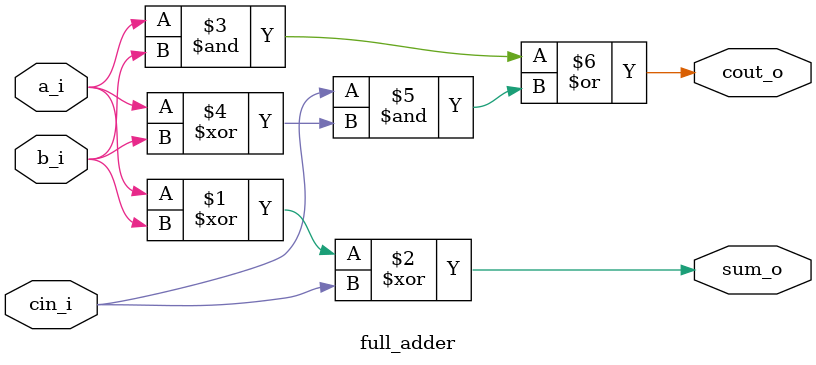
<source format=v>
module full_adder #(
    parameter WIDTH = 1
)(
    input  wire [WIDTH-1:0] a_i,
    input  wire [WIDTH-1:0] b_i,
    input  wire [WIDTH-1:0] cin_i,
    output wire [WIDTH-1:0] sum_o,
    output wire [WIDTH-1:0] cout_o
);
    assign sum_o  = a_i ^ b_i ^ cin_i;
    assign cout_o = (a_i & b_i) | (cin_i & (a_i ^ b_i));
endmodule
</source>
